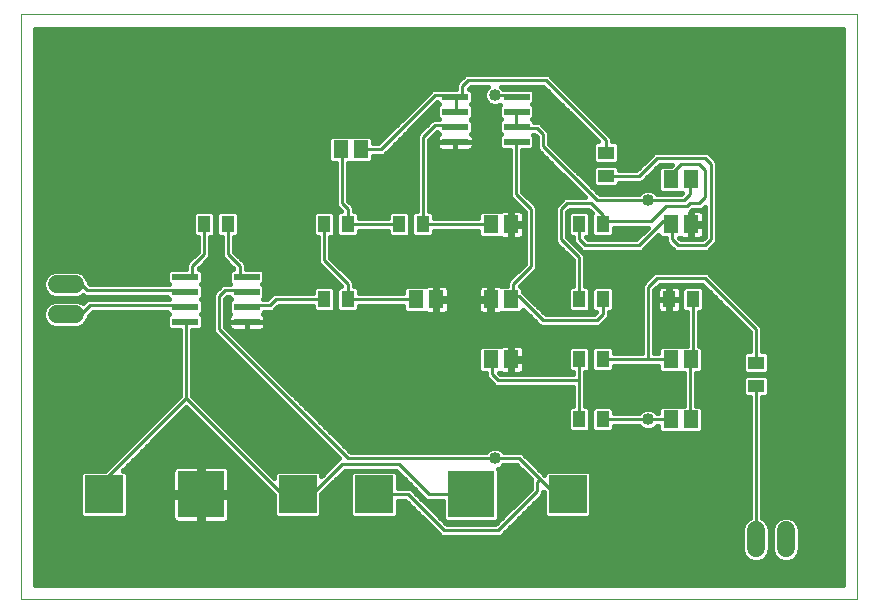
<source format=gtl>
G75*
%MOIN*%
%OFA0B0*%
%FSLAX25Y25*%
%IPPOS*%
%LPD*%
%AMOC8*
5,1,8,0,0,1.08239X$1,22.5*
%
%ADD10C,0.00000*%
%ADD11R,0.15354X0.15354*%
%ADD12R,0.12598X0.12598*%
%ADD13R,0.05118X0.05906*%
%ADD14C,0.05937*%
%ADD15R,0.08661X0.02362*%
%ADD16R,0.04331X0.05512*%
%ADD17R,0.05512X0.04331*%
%ADD18C,0.01000*%
%ADD19C,0.04000*%
%ADD20C,0.01600*%
D10*
X0008000Y0006800D02*
X0008000Y0201761D01*
X0286701Y0201761D01*
X0286701Y0006800D01*
X0008000Y0006800D01*
D11*
X0068000Y0041800D03*
X0158000Y0041800D03*
D12*
X0125717Y0041800D03*
X0100283Y0041800D03*
X0035717Y0041800D03*
X0190283Y0041800D03*
D13*
X0224654Y0066800D03*
X0231346Y0066800D03*
X0231346Y0086800D03*
X0224654Y0086800D03*
X0171346Y0086800D03*
X0164654Y0086800D03*
X0164654Y0106800D03*
X0171346Y0106800D03*
X0146346Y0106800D03*
X0139654Y0106800D03*
X0164654Y0131800D03*
X0171346Y0131800D03*
X0224654Y0131800D03*
X0231346Y0131800D03*
X0231346Y0146800D03*
X0224654Y0146800D03*
X0121346Y0156800D03*
X0114654Y0156800D03*
D14*
X0025969Y0111800D02*
X0020031Y0111800D01*
X0020031Y0101800D02*
X0025969Y0101800D01*
X0253000Y0029769D02*
X0253000Y0023831D01*
X0263000Y0023831D02*
X0263000Y0029769D01*
D15*
X0083236Y0099300D03*
X0083236Y0104300D03*
X0083236Y0109300D03*
X0083236Y0114300D03*
X0062764Y0114300D03*
X0062764Y0109300D03*
X0062764Y0104300D03*
X0062764Y0099300D03*
X0152764Y0159300D03*
X0152764Y0164300D03*
X0152764Y0169300D03*
X0152764Y0174300D03*
X0173236Y0174300D03*
X0173236Y0169300D03*
X0173236Y0164300D03*
X0173236Y0159300D03*
D16*
X0194063Y0131800D03*
X0201937Y0131800D03*
X0201937Y0106800D03*
X0194063Y0106800D03*
X0194063Y0086800D03*
X0201937Y0086800D03*
X0201937Y0066800D03*
X0194063Y0066800D03*
X0224063Y0106800D03*
X0231937Y0106800D03*
X0141937Y0131800D03*
X0134063Y0131800D03*
X0116937Y0131800D03*
X0109063Y0131800D03*
X0076937Y0131800D03*
X0069063Y0131800D03*
X0109063Y0106800D03*
X0116937Y0106800D03*
D17*
X0203000Y0147863D03*
X0203000Y0155737D03*
X0253000Y0085737D03*
X0253000Y0077863D03*
D18*
X0253000Y0026800D01*
X0231346Y0066800D02*
X0231000Y0066800D01*
X0231000Y0086800D01*
X0231346Y0086800D01*
X0232000Y0086800D01*
X0232000Y0106800D01*
X0231937Y0106800D01*
X0236000Y0113800D02*
X0220000Y0113800D01*
X0217000Y0110800D01*
X0217000Y0086800D01*
X0201937Y0086800D01*
X0194063Y0086800D02*
X0194000Y0086800D01*
X0194000Y0079800D01*
X0167000Y0079800D01*
X0165000Y0081800D01*
X0165000Y0086800D01*
X0164654Y0086800D01*
X0182000Y0099800D02*
X0174000Y0107800D01*
X0173000Y0107800D01*
X0172000Y0106800D01*
X0171346Y0106800D01*
X0172000Y0106800D02*
X0172000Y0111800D01*
X0178000Y0117800D01*
X0178000Y0136800D01*
X0173000Y0141800D01*
X0173000Y0158800D01*
X0173236Y0159300D01*
X0174000Y0163800D02*
X0173236Y0164300D01*
X0173000Y0164800D01*
X0173000Y0168800D01*
X0173236Y0169300D01*
X0173236Y0174300D02*
X0173000Y0174800D01*
X0166000Y0174800D01*
X0157000Y0179800D02*
X0155000Y0177800D01*
X0155000Y0174800D01*
X0154000Y0173800D01*
X0153000Y0173800D01*
X0152764Y0174300D01*
X0152000Y0174800D01*
X0146000Y0174800D01*
X0128000Y0156800D01*
X0121346Y0156800D01*
X0115000Y0156800D02*
X0114654Y0156800D01*
X0115000Y0156800D02*
X0115000Y0138800D01*
X0117000Y0136800D01*
X0117000Y0131800D01*
X0116937Y0131800D01*
X0117000Y0131800D02*
X0134063Y0131800D01*
X0141937Y0131800D02*
X0142000Y0131800D01*
X0142000Y0160800D01*
X0146000Y0164800D01*
X0152000Y0164800D01*
X0152764Y0164300D01*
X0152764Y0169300D02*
X0153000Y0169800D01*
X0153000Y0173800D01*
X0157000Y0179800D02*
X0183000Y0179800D01*
X0203000Y0159800D01*
X0203000Y0155737D01*
X0203000Y0147863D02*
X0203000Y0147800D01*
X0214000Y0147800D01*
X0220000Y0153800D01*
X0236000Y0153800D01*
X0238000Y0151800D01*
X0238000Y0126800D01*
X0236000Y0124800D01*
X0227000Y0124800D01*
X0225000Y0126800D01*
X0225000Y0131800D01*
X0224654Y0131800D01*
X0224000Y0131800D01*
X0223000Y0132800D01*
X0222000Y0132800D01*
X0214000Y0124800D01*
X0196000Y0124800D01*
X0194000Y0126800D01*
X0194000Y0131800D01*
X0194063Y0131800D01*
X0188000Y0136800D02*
X0190000Y0138800D01*
X0198000Y0138800D01*
X0202000Y0134800D01*
X0202000Y0132800D01*
X0201937Y0131800D01*
X0202000Y0131800D01*
X0202000Y0132800D01*
X0218000Y0132800D01*
X0223000Y0137800D01*
X0230000Y0137800D01*
X0231000Y0138800D01*
X0234000Y0138800D01*
X0236000Y0140800D01*
X0236000Y0149800D01*
X0234000Y0151800D01*
X0228000Y0151800D01*
X0225000Y0148800D01*
X0225000Y0146800D01*
X0224654Y0146800D01*
X0231000Y0146800D02*
X0231346Y0146800D01*
X0231000Y0146800D02*
X0231000Y0141800D01*
X0229000Y0139800D01*
X0217000Y0139800D01*
X0200000Y0139800D01*
X0182000Y0157800D01*
X0182000Y0161800D01*
X0180000Y0163800D01*
X0174000Y0163800D01*
X0188000Y0136800D02*
X0188000Y0126800D01*
X0194000Y0120800D01*
X0194000Y0106800D01*
X0194063Y0106800D01*
X0201937Y0106800D02*
X0202000Y0106800D01*
X0202000Y0101800D01*
X0200000Y0099800D01*
X0182000Y0099800D01*
X0194000Y0079800D02*
X0194000Y0066800D01*
X0194063Y0066800D01*
X0201937Y0066800D02*
X0217000Y0066800D01*
X0224654Y0066800D01*
X0224654Y0086800D02*
X0217000Y0086800D01*
X0236000Y0113800D02*
X0253000Y0096800D01*
X0253000Y0085737D01*
X0190283Y0041800D02*
X0186000Y0041800D01*
X0181000Y0046800D01*
X0180000Y0045800D01*
X0180000Y0042800D01*
X0167000Y0029800D01*
X0149000Y0029800D01*
X0137000Y0041800D01*
X0125717Y0041800D01*
X0134000Y0051800D02*
X0115000Y0051800D01*
X0105000Y0041800D01*
X0100283Y0041800D01*
X0095000Y0041800D01*
X0063000Y0073800D01*
X0036000Y0046800D01*
X0036000Y0041800D01*
X0035717Y0041800D01*
X0063000Y0073800D02*
X0063000Y0098800D01*
X0062764Y0099300D01*
X0062764Y0104300D02*
X0062000Y0104800D01*
X0031000Y0104800D01*
X0028000Y0101800D01*
X0023000Y0101800D01*
X0030000Y0109800D02*
X0028000Y0111800D01*
X0023000Y0111800D01*
X0030000Y0109800D02*
X0062000Y0109800D01*
X0062764Y0109300D01*
X0063000Y0113800D02*
X0062764Y0114300D01*
X0063000Y0113800D02*
X0064000Y0113800D01*
X0065000Y0114800D01*
X0065000Y0117800D01*
X0069000Y0121800D01*
X0069000Y0131800D01*
X0069063Y0131800D01*
X0076937Y0131800D02*
X0077000Y0131800D01*
X0077000Y0121800D01*
X0081000Y0117800D01*
X0081000Y0114800D01*
X0082000Y0113800D01*
X0083000Y0113800D01*
X0083236Y0114300D01*
X0083000Y0109800D02*
X0083236Y0109300D01*
X0083000Y0109800D02*
X0076000Y0109800D01*
X0074000Y0107800D01*
X0074000Y0096800D01*
X0117000Y0053800D01*
X0166000Y0053800D01*
X0174000Y0053800D01*
X0181000Y0046800D01*
X0158000Y0041800D02*
X0144000Y0041800D01*
X0134000Y0051800D01*
X0091000Y0104800D02*
X0084000Y0104800D01*
X0083236Y0104300D01*
X0091000Y0104800D02*
X0093000Y0106800D01*
X0109063Y0106800D01*
X0116937Y0106800D02*
X0117000Y0106800D01*
X0117000Y0111800D01*
X0109000Y0119800D01*
X0109000Y0131800D01*
X0109063Y0131800D01*
X0142000Y0131800D02*
X0164654Y0131800D01*
X0139654Y0106800D02*
X0117000Y0106800D01*
D19*
X0166000Y0053800D03*
X0217000Y0066800D03*
X0217000Y0139800D03*
X0166000Y0174800D03*
D20*
X0162701Y0176242D02*
X0158596Y0176242D01*
X0158694Y0176144D02*
X0157757Y0177081D01*
X0157251Y0177081D01*
X0157870Y0177700D01*
X0163809Y0177700D01*
X0162948Y0176839D01*
X0162400Y0175516D01*
X0162400Y0174084D01*
X0162948Y0172761D01*
X0163961Y0171748D01*
X0165284Y0171200D01*
X0166716Y0171200D01*
X0167818Y0171657D01*
X0167306Y0171144D01*
X0167306Y0167456D01*
X0167962Y0166800D01*
X0167306Y0166144D01*
X0167306Y0162456D01*
X0167962Y0161800D01*
X0167306Y0161144D01*
X0167306Y0157456D01*
X0168243Y0156519D01*
X0170900Y0156519D01*
X0170900Y0140930D01*
X0175900Y0135930D01*
X0175900Y0118670D01*
X0171130Y0113900D01*
X0169900Y0112670D01*
X0169900Y0111353D01*
X0168125Y0111353D01*
X0168094Y0111322D01*
X0167907Y0111430D01*
X0167450Y0111553D01*
X0165133Y0111553D01*
X0165133Y0107280D01*
X0164174Y0107280D01*
X0164174Y0111553D01*
X0161858Y0111553D01*
X0161400Y0111430D01*
X0160989Y0111193D01*
X0160654Y0110858D01*
X0160417Y0110448D01*
X0160294Y0109990D01*
X0160294Y0107280D01*
X0164174Y0107280D01*
X0164174Y0106320D01*
X0165133Y0106320D01*
X0165133Y0102047D01*
X0167450Y0102047D01*
X0167907Y0102170D01*
X0168094Y0102278D01*
X0168125Y0102247D01*
X0174568Y0102247D01*
X0175505Y0103184D01*
X0175505Y0103325D01*
X0181130Y0097700D01*
X0200870Y0097700D01*
X0202100Y0098930D01*
X0204100Y0100930D01*
X0204100Y0102444D01*
X0204765Y0102444D01*
X0205702Y0103381D01*
X0205702Y0110219D01*
X0204765Y0111156D01*
X0199109Y0111156D01*
X0198172Y0110219D01*
X0198172Y0103381D01*
X0199109Y0102444D01*
X0199674Y0102444D01*
X0199130Y0101900D01*
X0182870Y0101900D01*
X0176100Y0108670D01*
X0175505Y0109264D01*
X0175505Y0110415D01*
X0174568Y0111353D01*
X0174523Y0111353D01*
X0180100Y0116930D01*
X0180100Y0137670D01*
X0178870Y0138900D01*
X0175100Y0142670D01*
X0175100Y0156519D01*
X0178230Y0156519D01*
X0179167Y0157456D01*
X0179167Y0161144D01*
X0178611Y0161700D01*
X0179130Y0161700D01*
X0179900Y0160930D01*
X0179900Y0156930D01*
X0181130Y0155700D01*
X0195930Y0140900D01*
X0189130Y0140900D01*
X0187900Y0139670D01*
X0185900Y0137670D01*
X0185900Y0125930D01*
X0187130Y0124700D01*
X0191900Y0119930D01*
X0191900Y0111156D01*
X0191235Y0111156D01*
X0190298Y0110219D01*
X0190298Y0103381D01*
X0191235Y0102444D01*
X0196891Y0102444D01*
X0197828Y0103381D01*
X0197828Y0110219D01*
X0196891Y0111156D01*
X0196100Y0111156D01*
X0196100Y0121670D01*
X0190100Y0127670D01*
X0190100Y0135930D01*
X0190870Y0136700D01*
X0197130Y0136700D01*
X0198392Y0135439D01*
X0198172Y0135219D01*
X0198172Y0128381D01*
X0199109Y0127444D01*
X0204765Y0127444D01*
X0205702Y0128381D01*
X0205702Y0130700D01*
X0216930Y0130700D01*
X0213130Y0126900D01*
X0196870Y0126900D01*
X0196326Y0127444D01*
X0196891Y0127444D01*
X0197828Y0128381D01*
X0197828Y0135219D01*
X0196891Y0136156D01*
X0191235Y0136156D01*
X0190298Y0135219D01*
X0190298Y0128381D01*
X0191235Y0127444D01*
X0191900Y0127444D01*
X0191900Y0125930D01*
X0193900Y0123930D01*
X0195130Y0122700D01*
X0214870Y0122700D01*
X0216100Y0123930D01*
X0216100Y0123930D01*
X0220494Y0128325D01*
X0220494Y0128184D01*
X0221432Y0127247D01*
X0222900Y0127247D01*
X0222900Y0125930D01*
X0224130Y0124700D01*
X0226130Y0122700D01*
X0236870Y0122700D01*
X0238100Y0123930D01*
X0240100Y0125930D01*
X0240100Y0152670D01*
X0238870Y0153900D01*
X0236870Y0155900D01*
X0219130Y0155900D01*
X0217900Y0154670D01*
X0213130Y0149900D01*
X0207356Y0149900D01*
X0207356Y0150691D01*
X0206419Y0151628D01*
X0199581Y0151628D01*
X0198644Y0150691D01*
X0198644Y0145035D01*
X0199581Y0144098D01*
X0206419Y0144098D01*
X0207356Y0145035D01*
X0207356Y0145700D01*
X0214870Y0145700D01*
X0220870Y0151700D01*
X0224930Y0151700D01*
X0224583Y0151353D01*
X0221432Y0151353D01*
X0220494Y0150415D01*
X0220494Y0143184D01*
X0221432Y0142247D01*
X0227875Y0142247D01*
X0228000Y0142372D01*
X0228125Y0142247D01*
X0228477Y0142247D01*
X0228130Y0141900D01*
X0219991Y0141900D01*
X0219039Y0142852D01*
X0217716Y0143400D01*
X0216284Y0143400D01*
X0214961Y0142852D01*
X0214009Y0141900D01*
X0200870Y0141900D01*
X0184100Y0158670D01*
X0184100Y0162670D01*
X0182100Y0164670D01*
X0180870Y0165900D01*
X0179167Y0165900D01*
X0179167Y0166144D01*
X0178511Y0166800D01*
X0179167Y0167456D01*
X0179167Y0171144D01*
X0178511Y0171800D01*
X0179167Y0172456D01*
X0179167Y0176144D01*
X0178230Y0177081D01*
X0168810Y0177081D01*
X0168191Y0177700D01*
X0182130Y0177700D01*
X0200328Y0159502D01*
X0199581Y0159502D01*
X0198644Y0158565D01*
X0198644Y0152909D01*
X0199581Y0151972D01*
X0206419Y0151972D01*
X0207356Y0152909D01*
X0207356Y0158565D01*
X0206419Y0159502D01*
X0205100Y0159502D01*
X0205100Y0160670D01*
X0185100Y0180670D01*
X0183870Y0181900D01*
X0156130Y0181900D01*
X0154130Y0179900D01*
X0152900Y0178670D01*
X0152900Y0177081D01*
X0147770Y0177081D01*
X0147589Y0176900D01*
X0145130Y0176900D01*
X0143900Y0175670D01*
X0127130Y0158900D01*
X0125505Y0158900D01*
X0125505Y0160415D01*
X0124568Y0161353D01*
X0118125Y0161353D01*
X0118000Y0161228D01*
X0117875Y0161353D01*
X0111432Y0161353D01*
X0110494Y0160415D01*
X0110494Y0153184D01*
X0111432Y0152247D01*
X0112900Y0152247D01*
X0112900Y0137930D01*
X0114674Y0136156D01*
X0114109Y0136156D01*
X0113172Y0135219D01*
X0113172Y0128381D01*
X0114109Y0127444D01*
X0119765Y0127444D01*
X0120702Y0128381D01*
X0120702Y0129700D01*
X0130298Y0129700D01*
X0130298Y0128381D01*
X0131235Y0127444D01*
X0136891Y0127444D01*
X0137828Y0128381D01*
X0137828Y0135219D01*
X0136891Y0136156D01*
X0131235Y0136156D01*
X0130298Y0135219D01*
X0130298Y0133900D01*
X0120702Y0133900D01*
X0120702Y0135219D01*
X0119765Y0136156D01*
X0119100Y0136156D01*
X0119100Y0137670D01*
X0117870Y0138900D01*
X0117100Y0139670D01*
X0117100Y0152247D01*
X0117875Y0152247D01*
X0118000Y0152372D01*
X0118125Y0152247D01*
X0124568Y0152247D01*
X0125505Y0153184D01*
X0125505Y0154700D01*
X0128870Y0154700D01*
X0146833Y0172663D01*
X0146833Y0172456D01*
X0147489Y0171800D01*
X0146833Y0171144D01*
X0146833Y0167456D01*
X0147389Y0166900D01*
X0145130Y0166900D01*
X0141130Y0162900D01*
X0139900Y0161670D01*
X0139900Y0136156D01*
X0139109Y0136156D01*
X0138172Y0135219D01*
X0138172Y0128381D01*
X0139109Y0127444D01*
X0144765Y0127444D01*
X0145702Y0128381D01*
X0145702Y0129700D01*
X0160494Y0129700D01*
X0160494Y0128184D01*
X0161432Y0127247D01*
X0167875Y0127247D01*
X0167906Y0127278D01*
X0168093Y0127170D01*
X0168550Y0127047D01*
X0170867Y0127047D01*
X0170867Y0131320D01*
X0171826Y0131320D01*
X0171826Y0127047D01*
X0174142Y0127047D01*
X0174600Y0127170D01*
X0175011Y0127407D01*
X0175346Y0127742D01*
X0175583Y0128152D01*
X0175705Y0128610D01*
X0175705Y0131320D01*
X0171826Y0131320D01*
X0171826Y0132280D01*
X0170867Y0132280D01*
X0170867Y0136553D01*
X0168550Y0136553D01*
X0168093Y0136430D01*
X0167906Y0136322D01*
X0167875Y0136353D01*
X0161432Y0136353D01*
X0160494Y0135415D01*
X0160494Y0133900D01*
X0145702Y0133900D01*
X0145702Y0135219D01*
X0144765Y0136156D01*
X0144100Y0136156D01*
X0144100Y0159930D01*
X0146833Y0162663D01*
X0146833Y0162456D01*
X0147353Y0161936D01*
X0147328Y0161921D01*
X0146993Y0161586D01*
X0146756Y0161176D01*
X0146633Y0160718D01*
X0146633Y0159300D01*
X0152764Y0159300D01*
X0158894Y0159300D01*
X0158894Y0160718D01*
X0158772Y0161176D01*
X0158535Y0161586D01*
X0158200Y0161921D01*
X0158174Y0161936D01*
X0158694Y0162456D01*
X0158694Y0166144D01*
X0158038Y0166800D01*
X0158694Y0167456D01*
X0158694Y0171144D01*
X0158038Y0171800D01*
X0158694Y0172456D01*
X0158694Y0176144D01*
X0158694Y0174644D02*
X0162400Y0174644D01*
X0162830Y0173045D02*
X0158694Y0173045D01*
X0158392Y0171447D02*
X0164688Y0171447D01*
X0167312Y0171447D02*
X0167608Y0171447D01*
X0167306Y0169848D02*
X0158694Y0169848D01*
X0158694Y0168250D02*
X0167306Y0168250D01*
X0167813Y0166651D02*
X0158187Y0166651D01*
X0158694Y0165053D02*
X0167306Y0165053D01*
X0167306Y0163454D02*
X0158694Y0163454D01*
X0158266Y0161856D02*
X0167906Y0161856D01*
X0167306Y0160257D02*
X0158894Y0160257D01*
X0158894Y0159300D02*
X0152764Y0159300D01*
X0152764Y0159300D01*
X0152764Y0156319D01*
X0157331Y0156319D01*
X0157789Y0156442D01*
X0158200Y0156679D01*
X0158535Y0157014D01*
X0158772Y0157424D01*
X0158894Y0157882D01*
X0158894Y0159300D01*
X0158894Y0158659D02*
X0167306Y0158659D01*
X0167702Y0157060D02*
X0158562Y0157060D01*
X0152764Y0157060D02*
X0152764Y0157060D01*
X0152764Y0156319D02*
X0152764Y0159300D01*
X0152764Y0159300D01*
X0146633Y0159300D01*
X0146633Y0157882D01*
X0146756Y0157424D01*
X0146993Y0157014D01*
X0147328Y0156679D01*
X0147738Y0156442D01*
X0148196Y0156319D01*
X0152764Y0156319D01*
X0152764Y0158659D02*
X0152764Y0158659D01*
X0152764Y0159300D02*
X0152764Y0159300D01*
X0147262Y0161856D02*
X0146025Y0161856D01*
X0146633Y0160257D02*
X0144427Y0160257D01*
X0144100Y0158659D02*
X0146633Y0158659D01*
X0146966Y0157060D02*
X0144100Y0157060D01*
X0144100Y0155462D02*
X0170900Y0155462D01*
X0170900Y0153863D02*
X0144100Y0153863D01*
X0144100Y0152265D02*
X0170900Y0152265D01*
X0170900Y0150666D02*
X0144100Y0150666D01*
X0144100Y0149068D02*
X0170900Y0149068D01*
X0170900Y0147469D02*
X0144100Y0147469D01*
X0144100Y0145870D02*
X0170900Y0145870D01*
X0170900Y0144272D02*
X0144100Y0144272D01*
X0144100Y0142673D02*
X0170900Y0142673D01*
X0170900Y0141075D02*
X0144100Y0141075D01*
X0144100Y0139476D02*
X0172354Y0139476D01*
X0173952Y0137878D02*
X0144100Y0137878D01*
X0144100Y0136279D02*
X0161358Y0136279D01*
X0160494Y0134681D02*
X0145702Y0134681D01*
X0139900Y0136279D02*
X0119100Y0136279D01*
X0118892Y0137878D02*
X0139900Y0137878D01*
X0139900Y0139476D02*
X0117293Y0139476D01*
X0117100Y0141075D02*
X0139900Y0141075D01*
X0139900Y0142673D02*
X0117100Y0142673D01*
X0117100Y0144272D02*
X0139900Y0144272D01*
X0139900Y0145870D02*
X0117100Y0145870D01*
X0117100Y0147469D02*
X0139900Y0147469D01*
X0139900Y0149068D02*
X0117100Y0149068D01*
X0117100Y0150666D02*
X0139900Y0150666D01*
X0139900Y0152265D02*
X0124586Y0152265D01*
X0125505Y0153863D02*
X0139900Y0153863D01*
X0139900Y0155462D02*
X0129631Y0155462D01*
X0131230Y0157060D02*
X0139900Y0157060D01*
X0139900Y0158659D02*
X0132828Y0158659D01*
X0134427Y0160257D02*
X0139900Y0160257D01*
X0140086Y0161856D02*
X0136025Y0161856D01*
X0137624Y0163454D02*
X0141684Y0163454D01*
X0143283Y0165053D02*
X0139222Y0165053D01*
X0140821Y0166651D02*
X0144881Y0166651D01*
X0146833Y0168250D02*
X0142419Y0168250D01*
X0144018Y0169848D02*
X0146833Y0169848D01*
X0147136Y0171447D02*
X0145616Y0171447D01*
X0142874Y0174644D02*
X0012800Y0174644D01*
X0012800Y0176242D02*
X0144472Y0176242D01*
X0141275Y0173045D02*
X0012800Y0173045D01*
X0012800Y0171447D02*
X0139677Y0171447D01*
X0138078Y0169848D02*
X0012800Y0169848D01*
X0012800Y0168250D02*
X0136480Y0168250D01*
X0134881Y0166651D02*
X0012800Y0166651D01*
X0012800Y0165053D02*
X0133283Y0165053D01*
X0131684Y0163454D02*
X0012800Y0163454D01*
X0012800Y0161856D02*
X0130086Y0161856D01*
X0128487Y0160257D02*
X0125505Y0160257D01*
X0118107Y0152265D02*
X0117893Y0152265D01*
X0112900Y0150666D02*
X0012800Y0150666D01*
X0012800Y0149068D02*
X0112900Y0149068D01*
X0112900Y0147469D02*
X0012800Y0147469D01*
X0012800Y0145870D02*
X0112900Y0145870D01*
X0112900Y0144272D02*
X0012800Y0144272D01*
X0012800Y0142673D02*
X0112900Y0142673D01*
X0112900Y0141075D02*
X0012800Y0141075D01*
X0012800Y0139476D02*
X0112900Y0139476D01*
X0112952Y0137878D02*
X0012800Y0137878D01*
X0012800Y0136279D02*
X0114551Y0136279D01*
X0112828Y0135219D02*
X0111891Y0136156D01*
X0106235Y0136156D01*
X0105298Y0135219D01*
X0105298Y0128381D01*
X0106235Y0127444D01*
X0106900Y0127444D01*
X0106900Y0118930D01*
X0114674Y0111156D01*
X0114109Y0111156D01*
X0113172Y0110219D01*
X0113172Y0103381D01*
X0114109Y0102444D01*
X0119765Y0102444D01*
X0120702Y0103381D01*
X0120702Y0104700D01*
X0135494Y0104700D01*
X0135494Y0103184D01*
X0136432Y0102247D01*
X0142875Y0102247D01*
X0142906Y0102278D01*
X0143093Y0102170D01*
X0143550Y0102047D01*
X0145867Y0102047D01*
X0145867Y0106320D01*
X0146826Y0106320D01*
X0146826Y0102047D01*
X0149142Y0102047D01*
X0149600Y0102170D01*
X0150011Y0102407D01*
X0150346Y0102742D01*
X0150583Y0103152D01*
X0150705Y0103610D01*
X0150705Y0106320D01*
X0146826Y0106320D01*
X0146826Y0107280D01*
X0145867Y0107280D01*
X0145867Y0111553D01*
X0143550Y0111553D01*
X0143093Y0111430D01*
X0142906Y0111322D01*
X0142875Y0111353D01*
X0136432Y0111353D01*
X0135494Y0110415D01*
X0135494Y0108900D01*
X0120702Y0108900D01*
X0120702Y0110219D01*
X0119765Y0111156D01*
X0119100Y0111156D01*
X0119100Y0112670D01*
X0117870Y0113900D01*
X0111100Y0120670D01*
X0111100Y0127444D01*
X0111891Y0127444D01*
X0112828Y0128381D01*
X0112828Y0135219D01*
X0112828Y0134681D02*
X0113172Y0134681D01*
X0113172Y0133082D02*
X0112828Y0133082D01*
X0112828Y0131484D02*
X0113172Y0131484D01*
X0113172Y0129885D02*
X0112828Y0129885D01*
X0112734Y0128287D02*
X0113266Y0128287D01*
X0111100Y0126688D02*
X0175900Y0126688D01*
X0175900Y0125090D02*
X0111100Y0125090D01*
X0111100Y0123491D02*
X0175900Y0123491D01*
X0175900Y0121893D02*
X0111100Y0121893D01*
X0111476Y0120294D02*
X0175900Y0120294D01*
X0175900Y0118696D02*
X0113074Y0118696D01*
X0114673Y0117097D02*
X0174327Y0117097D01*
X0172729Y0115499D02*
X0116271Y0115499D01*
X0117870Y0113900D02*
X0171130Y0113900D01*
X0169900Y0112302D02*
X0119100Y0112302D01*
X0120218Y0110703D02*
X0135782Y0110703D01*
X0135494Y0109105D02*
X0120702Y0109105D01*
X0120702Y0104309D02*
X0135494Y0104309D01*
X0135968Y0102711D02*
X0120032Y0102711D01*
X0113842Y0102711D02*
X0112158Y0102711D01*
X0111891Y0102444D02*
X0112828Y0103381D01*
X0112828Y0110219D01*
X0111891Y0111156D01*
X0106235Y0111156D01*
X0105298Y0110219D01*
X0105298Y0108900D01*
X0092130Y0108900D01*
X0090130Y0106900D01*
X0088611Y0106900D01*
X0089167Y0107456D01*
X0089167Y0111144D01*
X0088511Y0111800D01*
X0089167Y0112456D01*
X0089167Y0116144D01*
X0088230Y0117081D01*
X0083100Y0117081D01*
X0083100Y0118670D01*
X0081870Y0119900D01*
X0079100Y0122670D01*
X0079100Y0127444D01*
X0079765Y0127444D01*
X0080702Y0128381D01*
X0080702Y0135219D01*
X0079765Y0136156D01*
X0074109Y0136156D01*
X0073172Y0135219D01*
X0073172Y0128381D01*
X0074109Y0127444D01*
X0074900Y0127444D01*
X0074900Y0120930D01*
X0078749Y0117081D01*
X0078243Y0117081D01*
X0077306Y0116144D01*
X0077306Y0112456D01*
X0077862Y0111900D01*
X0075130Y0111900D01*
X0073130Y0109900D01*
X0071900Y0108670D01*
X0071900Y0095930D01*
X0114030Y0053800D01*
X0108183Y0047952D01*
X0108183Y0048762D01*
X0107245Y0049699D01*
X0093322Y0049699D01*
X0092384Y0048762D01*
X0092384Y0047386D01*
X0065100Y0074670D01*
X0065100Y0096519D01*
X0067757Y0096519D01*
X0068694Y0097456D01*
X0068694Y0101144D01*
X0068038Y0101800D01*
X0068694Y0102456D01*
X0068694Y0106144D01*
X0068038Y0106800D01*
X0068694Y0107456D01*
X0068694Y0111144D01*
X0068038Y0111800D01*
X0068694Y0112456D01*
X0068694Y0116144D01*
X0067757Y0117081D01*
X0067251Y0117081D01*
X0071100Y0120930D01*
X0071100Y0127444D01*
X0071891Y0127444D01*
X0072828Y0128381D01*
X0072828Y0135219D01*
X0071891Y0136156D01*
X0066235Y0136156D01*
X0065298Y0135219D01*
X0065298Y0128381D01*
X0066235Y0127444D01*
X0066900Y0127444D01*
X0066900Y0122670D01*
X0064130Y0119900D01*
X0062900Y0118670D01*
X0062900Y0117081D01*
X0057770Y0117081D01*
X0056833Y0116144D01*
X0056833Y0112456D01*
X0057389Y0111900D01*
X0030870Y0111900D01*
X0030537Y0112233D01*
X0030537Y0112709D01*
X0029841Y0114388D01*
X0028556Y0115673D01*
X0026877Y0116368D01*
X0019123Y0116368D01*
X0017444Y0115673D01*
X0016159Y0114388D01*
X0015463Y0112709D01*
X0015463Y0110891D01*
X0016159Y0109212D01*
X0017444Y0107927D01*
X0019123Y0107231D01*
X0026877Y0107231D01*
X0028556Y0107927D01*
X0028730Y0108100D01*
X0029130Y0107700D01*
X0056833Y0107700D01*
X0056833Y0107456D01*
X0057389Y0106900D01*
X0030130Y0106900D01*
X0028730Y0105500D01*
X0028556Y0105673D01*
X0026877Y0106368D01*
X0019123Y0106368D01*
X0017444Y0105673D01*
X0016159Y0104388D01*
X0015463Y0102709D01*
X0015463Y0100891D01*
X0016159Y0099212D01*
X0017444Y0097927D01*
X0019123Y0097231D01*
X0026877Y0097231D01*
X0028556Y0097927D01*
X0029841Y0099212D01*
X0030537Y0100891D01*
X0030537Y0101367D01*
X0031870Y0102700D01*
X0056833Y0102700D01*
X0056833Y0102456D01*
X0057489Y0101800D01*
X0056833Y0101144D01*
X0056833Y0097456D01*
X0057770Y0096519D01*
X0060900Y0096519D01*
X0060900Y0074670D01*
X0035929Y0049699D01*
X0028755Y0049699D01*
X0027817Y0048762D01*
X0027817Y0034838D01*
X0028755Y0033901D01*
X0042678Y0033901D01*
X0043616Y0034838D01*
X0043616Y0048762D01*
X0042678Y0049699D01*
X0041869Y0049699D01*
X0063000Y0070830D01*
X0092384Y0041446D01*
X0092384Y0034838D01*
X0093322Y0033901D01*
X0107245Y0033901D01*
X0108183Y0034838D01*
X0108183Y0042013D01*
X0115870Y0049700D01*
X0133130Y0049700D01*
X0143130Y0039700D01*
X0148723Y0039700D01*
X0148723Y0033460D01*
X0149660Y0032523D01*
X0166340Y0032523D01*
X0167277Y0033460D01*
X0167277Y0050140D01*
X0167070Y0050347D01*
X0168039Y0050748D01*
X0168991Y0051700D01*
X0173130Y0051700D01*
X0178030Y0046800D01*
X0177900Y0046670D01*
X0177900Y0043670D01*
X0166130Y0031900D01*
X0149870Y0031900D01*
X0137870Y0043900D01*
X0133616Y0043900D01*
X0133616Y0048762D01*
X0132678Y0049699D01*
X0118755Y0049699D01*
X0117817Y0048762D01*
X0117817Y0034838D01*
X0118755Y0033901D01*
X0132678Y0033901D01*
X0133616Y0034838D01*
X0133616Y0039700D01*
X0136130Y0039700D01*
X0146900Y0028930D01*
X0148130Y0027700D01*
X0167870Y0027700D01*
X0180870Y0040700D01*
X0182100Y0041930D01*
X0182100Y0042730D01*
X0182384Y0042446D01*
X0182384Y0034838D01*
X0183322Y0033901D01*
X0197245Y0033901D01*
X0198183Y0034838D01*
X0198183Y0048762D01*
X0197245Y0049699D01*
X0183322Y0049699D01*
X0182384Y0048762D01*
X0182384Y0048386D01*
X0181870Y0048900D01*
X0181870Y0048900D01*
X0174870Y0055900D01*
X0168991Y0055900D01*
X0168039Y0056852D01*
X0166716Y0057400D01*
X0165284Y0057400D01*
X0163961Y0056852D01*
X0163009Y0055900D01*
X0117870Y0055900D01*
X0076100Y0097670D01*
X0076100Y0106930D01*
X0076870Y0107700D01*
X0077306Y0107700D01*
X0077306Y0107456D01*
X0077962Y0106800D01*
X0077306Y0106144D01*
X0077306Y0102456D01*
X0077826Y0101936D01*
X0077800Y0101921D01*
X0077465Y0101586D01*
X0077228Y0101176D01*
X0077106Y0100718D01*
X0077105Y0099300D01*
X0083236Y0099300D01*
X0083236Y0099300D01*
X0077106Y0099300D01*
X0077106Y0097882D01*
X0077228Y0097424D01*
X0077465Y0097014D01*
X0077800Y0096679D01*
X0078211Y0096442D01*
X0078669Y0096319D01*
X0083236Y0096319D01*
X0083236Y0099300D01*
X0083236Y0099300D01*
X0083236Y0096319D01*
X0087804Y0096319D01*
X0088262Y0096442D01*
X0088672Y0096679D01*
X0089007Y0097014D01*
X0089244Y0097424D01*
X0089367Y0097882D01*
X0089367Y0099300D01*
X0089367Y0100718D01*
X0089244Y0101176D01*
X0089007Y0101586D01*
X0088672Y0101921D01*
X0088647Y0101936D01*
X0089167Y0102456D01*
X0089167Y0102700D01*
X0091870Y0102700D01*
X0093100Y0103930D01*
X0093870Y0104700D01*
X0105298Y0104700D01*
X0105298Y0103381D01*
X0106235Y0102444D01*
X0111891Y0102444D01*
X0112828Y0104309D02*
X0113172Y0104309D01*
X0113172Y0105908D02*
X0112828Y0105908D01*
X0112828Y0107506D02*
X0113172Y0107506D01*
X0113172Y0109105D02*
X0112828Y0109105D01*
X0112344Y0110703D02*
X0113656Y0110703D01*
X0113528Y0112302D02*
X0089013Y0112302D01*
X0089167Y0113900D02*
X0111930Y0113900D01*
X0110331Y0115499D02*
X0089167Y0115499D01*
X0089167Y0110703D02*
X0105782Y0110703D01*
X0105298Y0109105D02*
X0089167Y0109105D01*
X0089167Y0107506D02*
X0090736Y0107506D01*
X0093479Y0104309D02*
X0105298Y0104309D01*
X0105968Y0102711D02*
X0091881Y0102711D01*
X0089261Y0101112D02*
X0177718Y0101112D01*
X0179316Y0099514D02*
X0089367Y0099514D01*
X0089367Y0099300D02*
X0083236Y0099300D01*
X0083236Y0099300D01*
X0089367Y0099300D01*
X0089367Y0097915D02*
X0180915Y0097915D01*
X0182059Y0102711D02*
X0190968Y0102711D01*
X0190298Y0104309D02*
X0180461Y0104309D01*
X0178862Y0105908D02*
X0190298Y0105908D01*
X0190298Y0107506D02*
X0177264Y0107506D01*
X0175665Y0109105D02*
X0190298Y0109105D01*
X0190782Y0110703D02*
X0175218Y0110703D01*
X0175472Y0112302D02*
X0191900Y0112302D01*
X0191900Y0113900D02*
X0177070Y0113900D01*
X0178669Y0115499D02*
X0191900Y0115499D01*
X0191900Y0117097D02*
X0180100Y0117097D01*
X0180100Y0118696D02*
X0191900Y0118696D01*
X0191536Y0120294D02*
X0180100Y0120294D01*
X0180100Y0121893D02*
X0189937Y0121893D01*
X0188339Y0123491D02*
X0180100Y0123491D01*
X0180100Y0125090D02*
X0186740Y0125090D01*
X0185900Y0126688D02*
X0180100Y0126688D01*
X0180100Y0128287D02*
X0185900Y0128287D01*
X0185900Y0129885D02*
X0180100Y0129885D01*
X0180100Y0131484D02*
X0185900Y0131484D01*
X0185900Y0133082D02*
X0180100Y0133082D01*
X0180100Y0134681D02*
X0185900Y0134681D01*
X0185900Y0136279D02*
X0180100Y0136279D01*
X0179892Y0137878D02*
X0186108Y0137878D01*
X0187707Y0139476D02*
X0178293Y0139476D01*
X0176695Y0141075D02*
X0195755Y0141075D01*
X0194157Y0142673D02*
X0175100Y0142673D01*
X0175100Y0144272D02*
X0192558Y0144272D01*
X0190960Y0145870D02*
X0175100Y0145870D01*
X0175100Y0147469D02*
X0189361Y0147469D01*
X0187763Y0149068D02*
X0175100Y0149068D01*
X0175100Y0150666D02*
X0186164Y0150666D01*
X0184566Y0152265D02*
X0175100Y0152265D01*
X0175100Y0153863D02*
X0182967Y0153863D01*
X0181369Y0155462D02*
X0175100Y0155462D01*
X0178771Y0157060D02*
X0179900Y0157060D01*
X0179900Y0158659D02*
X0179167Y0158659D01*
X0179167Y0160257D02*
X0179900Y0160257D01*
X0184100Y0160257D02*
X0199573Y0160257D01*
X0198738Y0158659D02*
X0184111Y0158659D01*
X0185710Y0157060D02*
X0198644Y0157060D01*
X0198644Y0155462D02*
X0187308Y0155462D01*
X0188907Y0153863D02*
X0198644Y0153863D01*
X0199288Y0152265D02*
X0190505Y0152265D01*
X0192104Y0150666D02*
X0198644Y0150666D01*
X0198644Y0149068D02*
X0193702Y0149068D01*
X0195301Y0147469D02*
X0198644Y0147469D01*
X0198644Y0145870D02*
X0196899Y0145870D01*
X0198498Y0144272D02*
X0199407Y0144272D01*
X0200096Y0142673D02*
X0214782Y0142673D01*
X0215040Y0145870D02*
X0220494Y0145870D01*
X0220494Y0144272D02*
X0206593Y0144272D01*
X0207356Y0150666D02*
X0213896Y0150666D01*
X0215495Y0152265D02*
X0206712Y0152265D01*
X0207356Y0153863D02*
X0217093Y0153863D01*
X0218692Y0155462D02*
X0207356Y0155462D01*
X0207356Y0157060D02*
X0281901Y0157060D01*
X0281901Y0155462D02*
X0237308Y0155462D01*
X0238907Y0153863D02*
X0281901Y0153863D01*
X0281901Y0152265D02*
X0240100Y0152265D01*
X0240100Y0150666D02*
X0281901Y0150666D01*
X0281901Y0149068D02*
X0240100Y0149068D01*
X0240100Y0147469D02*
X0281901Y0147469D01*
X0281901Y0145870D02*
X0240100Y0145870D01*
X0240100Y0144272D02*
X0281901Y0144272D01*
X0281901Y0142673D02*
X0240100Y0142673D01*
X0240100Y0141075D02*
X0281901Y0141075D01*
X0281901Y0139476D02*
X0240100Y0139476D01*
X0240100Y0137878D02*
X0281901Y0137878D01*
X0281901Y0136279D02*
X0240100Y0136279D01*
X0240100Y0134681D02*
X0281901Y0134681D01*
X0281901Y0133082D02*
X0240100Y0133082D01*
X0240100Y0131484D02*
X0281901Y0131484D01*
X0281901Y0129885D02*
X0240100Y0129885D01*
X0240100Y0128287D02*
X0281901Y0128287D01*
X0281901Y0126688D02*
X0240100Y0126688D01*
X0239260Y0125090D02*
X0281901Y0125090D01*
X0281901Y0123491D02*
X0237661Y0123491D01*
X0235130Y0126900D02*
X0227870Y0126900D01*
X0227523Y0127247D01*
X0227875Y0127247D01*
X0227906Y0127278D01*
X0228093Y0127170D01*
X0228550Y0127047D01*
X0230867Y0127047D01*
X0230867Y0131320D01*
X0231826Y0131320D01*
X0231826Y0127047D01*
X0234142Y0127047D01*
X0234600Y0127170D01*
X0235011Y0127407D01*
X0235346Y0127742D01*
X0235583Y0128152D01*
X0235705Y0128610D01*
X0235705Y0131320D01*
X0231826Y0131320D01*
X0231826Y0132280D01*
X0230867Y0132280D01*
X0230867Y0135700D01*
X0230870Y0135700D01*
X0231870Y0136700D01*
X0234870Y0136700D01*
X0235900Y0137730D01*
X0235900Y0127670D01*
X0235130Y0126900D01*
X0235619Y0128287D02*
X0235900Y0128287D01*
X0235900Y0129885D02*
X0235705Y0129885D01*
X0235900Y0131484D02*
X0231826Y0131484D01*
X0231826Y0132280D02*
X0235705Y0132280D01*
X0235705Y0134990D01*
X0235583Y0135448D01*
X0235346Y0135858D01*
X0235011Y0136193D01*
X0234600Y0136430D01*
X0234142Y0136553D01*
X0231826Y0136553D01*
X0231826Y0132280D01*
X0231826Y0133082D02*
X0230867Y0133082D01*
X0230867Y0134681D02*
X0231826Y0134681D01*
X0231826Y0136279D02*
X0231449Y0136279D01*
X0234861Y0136279D02*
X0235900Y0136279D01*
X0235900Y0134681D02*
X0235705Y0134681D01*
X0235705Y0133082D02*
X0235900Y0133082D01*
X0231826Y0129885D02*
X0230867Y0129885D01*
X0230867Y0128287D02*
X0231826Y0128287D01*
X0225339Y0123491D02*
X0215661Y0123491D01*
X0217260Y0125090D02*
X0223740Y0125090D01*
X0222900Y0126688D02*
X0218858Y0126688D01*
X0220457Y0128287D02*
X0220494Y0128287D01*
X0216116Y0129885D02*
X0205702Y0129885D01*
X0205608Y0128287D02*
X0214517Y0128287D01*
X0198266Y0128287D02*
X0197734Y0128287D01*
X0197828Y0129885D02*
X0198172Y0129885D01*
X0198172Y0131484D02*
X0197828Y0131484D01*
X0197828Y0133082D02*
X0198172Y0133082D01*
X0198172Y0134681D02*
X0197828Y0134681D01*
X0197551Y0136279D02*
X0190449Y0136279D01*
X0190298Y0134681D02*
X0190100Y0134681D01*
X0190100Y0133082D02*
X0190298Y0133082D01*
X0190298Y0131484D02*
X0190100Y0131484D01*
X0190100Y0129885D02*
X0190298Y0129885D01*
X0190392Y0128287D02*
X0190100Y0128287D01*
X0191081Y0126688D02*
X0191900Y0126688D01*
X0192680Y0125090D02*
X0192740Y0125090D01*
X0194279Y0123491D02*
X0194339Y0123491D01*
X0195877Y0121893D02*
X0281901Y0121893D01*
X0281901Y0120294D02*
X0196100Y0120294D01*
X0196100Y0118696D02*
X0281901Y0118696D01*
X0281901Y0117097D02*
X0196100Y0117097D01*
X0196100Y0115499D02*
X0218729Y0115499D01*
X0219130Y0115900D02*
X0216130Y0112900D01*
X0214900Y0111670D01*
X0214900Y0088900D01*
X0205702Y0088900D01*
X0205702Y0090219D01*
X0204765Y0091156D01*
X0199109Y0091156D01*
X0198172Y0090219D01*
X0198172Y0083381D01*
X0199109Y0082444D01*
X0204765Y0082444D01*
X0205702Y0083381D01*
X0205702Y0084700D01*
X0220494Y0084700D01*
X0220494Y0083184D01*
X0221432Y0082247D01*
X0227875Y0082247D01*
X0228000Y0082372D01*
X0228125Y0082247D01*
X0228900Y0082247D01*
X0228900Y0071353D01*
X0228125Y0071353D01*
X0228000Y0071228D01*
X0227875Y0071353D01*
X0221432Y0071353D01*
X0220494Y0070415D01*
X0220494Y0068900D01*
X0219991Y0068900D01*
X0219039Y0069852D01*
X0217716Y0070400D01*
X0216284Y0070400D01*
X0214961Y0069852D01*
X0214009Y0068900D01*
X0205702Y0068900D01*
X0205702Y0070219D01*
X0204765Y0071156D01*
X0199109Y0071156D01*
X0198172Y0070219D01*
X0198172Y0063381D01*
X0199109Y0062444D01*
X0204765Y0062444D01*
X0205702Y0063381D01*
X0205702Y0064700D01*
X0214009Y0064700D01*
X0214961Y0063748D01*
X0216284Y0063200D01*
X0217716Y0063200D01*
X0219039Y0063748D01*
X0219991Y0064700D01*
X0220494Y0064700D01*
X0220494Y0063184D01*
X0221432Y0062247D01*
X0227875Y0062247D01*
X0228000Y0062372D01*
X0228125Y0062247D01*
X0234568Y0062247D01*
X0235505Y0063184D01*
X0235505Y0070415D01*
X0234568Y0071353D01*
X0233100Y0071353D01*
X0233100Y0082247D01*
X0234568Y0082247D01*
X0235505Y0083184D01*
X0235505Y0090415D01*
X0234568Y0091353D01*
X0234100Y0091353D01*
X0234100Y0102444D01*
X0234765Y0102444D01*
X0235702Y0103381D01*
X0235702Y0110219D01*
X0234765Y0111156D01*
X0229109Y0111156D01*
X0228172Y0110219D01*
X0228172Y0103381D01*
X0229109Y0102444D01*
X0229900Y0102444D01*
X0229900Y0091353D01*
X0228125Y0091353D01*
X0228000Y0091228D01*
X0227875Y0091353D01*
X0221432Y0091353D01*
X0220494Y0090415D01*
X0220494Y0088900D01*
X0219100Y0088900D01*
X0219100Y0109930D01*
X0220870Y0111700D01*
X0235130Y0111700D01*
X0250900Y0095930D01*
X0250900Y0089502D01*
X0249581Y0089502D01*
X0248644Y0088565D01*
X0248644Y0082909D01*
X0249581Y0081972D01*
X0256419Y0081972D01*
X0257356Y0082909D01*
X0257356Y0088565D01*
X0256419Y0089502D01*
X0255100Y0089502D01*
X0255100Y0097670D01*
X0238100Y0114670D01*
X0236870Y0115900D01*
X0219130Y0115900D01*
X0217130Y0113900D02*
X0196100Y0113900D01*
X0196100Y0112302D02*
X0215532Y0112302D01*
X0214900Y0110703D02*
X0205218Y0110703D01*
X0205702Y0109105D02*
X0214900Y0109105D01*
X0214900Y0107506D02*
X0205702Y0107506D01*
X0205702Y0105908D02*
X0214900Y0105908D01*
X0214900Y0104309D02*
X0205702Y0104309D01*
X0205032Y0102711D02*
X0214900Y0102711D01*
X0214900Y0101112D02*
X0204100Y0101112D01*
X0202684Y0099514D02*
X0214900Y0099514D01*
X0214900Y0097915D02*
X0201085Y0097915D01*
X0198842Y0102711D02*
X0197158Y0102711D01*
X0197828Y0104309D02*
X0198172Y0104309D01*
X0198172Y0105908D02*
X0197828Y0105908D01*
X0197828Y0107506D02*
X0198172Y0107506D01*
X0198172Y0109105D02*
X0197828Y0109105D01*
X0197344Y0110703D02*
X0198656Y0110703D01*
X0219100Y0109105D02*
X0220098Y0109105D01*
X0220098Y0109793D02*
X0220098Y0107083D01*
X0223780Y0107083D01*
X0223780Y0111356D01*
X0221661Y0111356D01*
X0221203Y0111233D01*
X0220792Y0110996D01*
X0220457Y0110661D01*
X0220220Y0110251D01*
X0220098Y0109793D01*
X0219873Y0110703D02*
X0220499Y0110703D01*
X0223780Y0110703D02*
X0224346Y0110703D01*
X0224346Y0111356D02*
X0226465Y0111356D01*
X0226923Y0111233D01*
X0227334Y0110996D01*
X0227669Y0110661D01*
X0227906Y0110251D01*
X0228028Y0109793D01*
X0228028Y0107083D01*
X0224346Y0107083D01*
X0224346Y0106517D01*
X0228028Y0106517D01*
X0228028Y0103807D01*
X0227906Y0103349D01*
X0227669Y0102939D01*
X0227334Y0102604D01*
X0226923Y0102367D01*
X0226465Y0102244D01*
X0224346Y0102244D01*
X0224346Y0106517D01*
X0223780Y0106517D01*
X0223780Y0102244D01*
X0221661Y0102244D01*
X0221203Y0102367D01*
X0220792Y0102604D01*
X0220457Y0102939D01*
X0220220Y0103349D01*
X0220098Y0103807D01*
X0220098Y0106517D01*
X0223780Y0106517D01*
X0223780Y0107083D01*
X0224346Y0107083D01*
X0224346Y0111356D01*
X0224346Y0109105D02*
X0223780Y0109105D01*
X0223780Y0107506D02*
X0224346Y0107506D01*
X0224346Y0105908D02*
X0223780Y0105908D01*
X0223780Y0104309D02*
X0224346Y0104309D01*
X0224346Y0102711D02*
X0223780Y0102711D01*
X0220685Y0102711D02*
X0219100Y0102711D01*
X0219100Y0104309D02*
X0220098Y0104309D01*
X0220098Y0105908D02*
X0219100Y0105908D01*
X0219100Y0107506D02*
X0220098Y0107506D01*
X0228028Y0107506D02*
X0228172Y0107506D01*
X0228172Y0105908D02*
X0228028Y0105908D01*
X0228028Y0104309D02*
X0228172Y0104309D01*
X0228842Y0102711D02*
X0227441Y0102711D01*
X0229900Y0101112D02*
X0219100Y0101112D01*
X0219100Y0099514D02*
X0229900Y0099514D01*
X0229900Y0097915D02*
X0219100Y0097915D01*
X0219100Y0096317D02*
X0229900Y0096317D01*
X0229900Y0094718D02*
X0219100Y0094718D01*
X0219100Y0093120D02*
X0229900Y0093120D01*
X0229900Y0091521D02*
X0219100Y0091521D01*
X0219100Y0089923D02*
X0220494Y0089923D01*
X0214900Y0089923D02*
X0205702Y0089923D01*
X0198172Y0089923D02*
X0197828Y0089923D01*
X0197828Y0090219D02*
X0196891Y0091156D01*
X0191235Y0091156D01*
X0190298Y0090219D01*
X0190298Y0083381D01*
X0191235Y0082444D01*
X0191900Y0082444D01*
X0191900Y0081900D01*
X0167870Y0081900D01*
X0167523Y0082247D01*
X0167875Y0082247D01*
X0167906Y0082278D01*
X0168093Y0082170D01*
X0168550Y0082047D01*
X0170867Y0082047D01*
X0170867Y0086320D01*
X0171826Y0086320D01*
X0171826Y0082047D01*
X0174142Y0082047D01*
X0174600Y0082170D01*
X0175011Y0082407D01*
X0175346Y0082742D01*
X0175583Y0083152D01*
X0175705Y0083610D01*
X0175705Y0086320D01*
X0171826Y0086320D01*
X0171826Y0087280D01*
X0170867Y0087280D01*
X0170867Y0091553D01*
X0168550Y0091553D01*
X0168093Y0091430D01*
X0167906Y0091322D01*
X0167875Y0091353D01*
X0161432Y0091353D01*
X0160494Y0090415D01*
X0160494Y0083184D01*
X0161432Y0082247D01*
X0162900Y0082247D01*
X0162900Y0080930D01*
X0164900Y0078930D01*
X0166130Y0077700D01*
X0191900Y0077700D01*
X0191900Y0071156D01*
X0191235Y0071156D01*
X0190298Y0070219D01*
X0190298Y0063381D01*
X0191235Y0062444D01*
X0196891Y0062444D01*
X0197828Y0063381D01*
X0197828Y0070219D01*
X0196891Y0071156D01*
X0196100Y0071156D01*
X0196100Y0082444D01*
X0196891Y0082444D01*
X0197828Y0083381D01*
X0197828Y0090219D01*
X0197828Y0088324D02*
X0198172Y0088324D01*
X0198172Y0086726D02*
X0197828Y0086726D01*
X0197828Y0085127D02*
X0198172Y0085127D01*
X0198172Y0083529D02*
X0197828Y0083529D01*
X0196100Y0081930D02*
X0228900Y0081930D01*
X0228900Y0080332D02*
X0196100Y0080332D01*
X0196100Y0078733D02*
X0228900Y0078733D01*
X0228900Y0077134D02*
X0196100Y0077134D01*
X0196100Y0075536D02*
X0228900Y0075536D01*
X0228900Y0073937D02*
X0196100Y0073937D01*
X0196100Y0072339D02*
X0228900Y0072339D01*
X0233100Y0072339D02*
X0250900Y0072339D01*
X0250900Y0073937D02*
X0233100Y0073937D01*
X0233100Y0075536D02*
X0248644Y0075536D01*
X0248644Y0075035D02*
X0249581Y0074098D01*
X0250900Y0074098D01*
X0250900Y0033844D01*
X0250412Y0033641D01*
X0249127Y0032356D01*
X0248431Y0030677D01*
X0248431Y0022923D01*
X0249127Y0021244D01*
X0250412Y0019959D01*
X0252091Y0019263D01*
X0253909Y0019263D01*
X0255588Y0019959D01*
X0256873Y0021244D01*
X0257568Y0022923D01*
X0257568Y0030677D01*
X0256873Y0032356D01*
X0255588Y0033641D01*
X0255100Y0033844D01*
X0255100Y0074098D01*
X0256419Y0074098D01*
X0257356Y0075035D01*
X0257356Y0080691D01*
X0256419Y0081628D01*
X0249581Y0081628D01*
X0248644Y0080691D01*
X0248644Y0075035D01*
X0248644Y0077134D02*
X0233100Y0077134D01*
X0233100Y0078733D02*
X0248644Y0078733D01*
X0248644Y0080332D02*
X0233100Y0080332D01*
X0233100Y0081930D02*
X0281901Y0081930D01*
X0281901Y0080332D02*
X0257356Y0080332D01*
X0257356Y0078733D02*
X0281901Y0078733D01*
X0281901Y0077134D02*
X0257356Y0077134D01*
X0257356Y0075536D02*
X0281901Y0075536D01*
X0281901Y0073937D02*
X0255100Y0073937D01*
X0255100Y0072339D02*
X0281901Y0072339D01*
X0281901Y0070740D02*
X0255100Y0070740D01*
X0255100Y0069142D02*
X0281901Y0069142D01*
X0281901Y0067543D02*
X0255100Y0067543D01*
X0255100Y0065945D02*
X0281901Y0065945D01*
X0281901Y0064346D02*
X0255100Y0064346D01*
X0255100Y0062748D02*
X0281901Y0062748D01*
X0281901Y0061149D02*
X0255100Y0061149D01*
X0255100Y0059551D02*
X0281901Y0059551D01*
X0281901Y0057952D02*
X0255100Y0057952D01*
X0255100Y0056354D02*
X0281901Y0056354D01*
X0281901Y0054755D02*
X0255100Y0054755D01*
X0255100Y0053157D02*
X0281901Y0053157D01*
X0281901Y0051558D02*
X0255100Y0051558D01*
X0255100Y0049960D02*
X0281901Y0049960D01*
X0281901Y0048361D02*
X0255100Y0048361D01*
X0255100Y0046763D02*
X0281901Y0046763D01*
X0281901Y0045164D02*
X0255100Y0045164D01*
X0255100Y0043566D02*
X0281901Y0043566D01*
X0281901Y0041967D02*
X0255100Y0041967D01*
X0255100Y0040369D02*
X0281901Y0040369D01*
X0281901Y0038770D02*
X0255100Y0038770D01*
X0255100Y0037172D02*
X0281901Y0037172D01*
X0281901Y0035573D02*
X0255100Y0035573D01*
X0255100Y0033975D02*
X0261217Y0033975D01*
X0260412Y0033641D02*
X0259127Y0032356D01*
X0258431Y0030677D01*
X0258431Y0022923D01*
X0259127Y0021244D01*
X0260412Y0019959D01*
X0262091Y0019263D01*
X0263909Y0019263D01*
X0265588Y0019959D01*
X0266873Y0021244D01*
X0267568Y0022923D01*
X0267568Y0030677D01*
X0266873Y0032356D01*
X0265588Y0033641D01*
X0263909Y0034337D01*
X0262091Y0034337D01*
X0260412Y0033641D01*
X0259147Y0032376D02*
X0256853Y0032376D01*
X0257527Y0030778D02*
X0258473Y0030778D01*
X0258431Y0029179D02*
X0257568Y0029179D01*
X0257568Y0027581D02*
X0258431Y0027581D01*
X0258431Y0025982D02*
X0257568Y0025982D01*
X0257568Y0024384D02*
X0258431Y0024384D01*
X0258488Y0022785D02*
X0257511Y0022785D01*
X0256816Y0021187D02*
X0259184Y0021187D01*
X0261306Y0019588D02*
X0254694Y0019588D01*
X0251306Y0019588D02*
X0012800Y0019588D01*
X0012800Y0017990D02*
X0281901Y0017990D01*
X0281901Y0019588D02*
X0264694Y0019588D01*
X0266816Y0021187D02*
X0281901Y0021187D01*
X0281901Y0022785D02*
X0267511Y0022785D01*
X0267568Y0024384D02*
X0281901Y0024384D01*
X0281901Y0025982D02*
X0267568Y0025982D01*
X0267568Y0027581D02*
X0281901Y0027581D01*
X0281901Y0029179D02*
X0267568Y0029179D01*
X0267527Y0030778D02*
X0281901Y0030778D01*
X0281901Y0032376D02*
X0266853Y0032376D01*
X0264783Y0033975D02*
X0281901Y0033975D01*
X0281901Y0016391D02*
X0012800Y0016391D01*
X0012800Y0014793D02*
X0281901Y0014793D01*
X0281901Y0013194D02*
X0012800Y0013194D01*
X0012800Y0011600D02*
X0012800Y0196961D01*
X0281901Y0196961D01*
X0281901Y0011600D01*
X0012800Y0011600D01*
X0012800Y0021187D02*
X0249184Y0021187D01*
X0248488Y0022785D02*
X0012800Y0022785D01*
X0012800Y0024384D02*
X0248431Y0024384D01*
X0248431Y0025982D02*
X0012800Y0025982D01*
X0012800Y0027581D02*
X0248431Y0027581D01*
X0248431Y0029179D02*
X0169349Y0029179D01*
X0170948Y0030778D02*
X0248473Y0030778D01*
X0249147Y0032376D02*
X0172546Y0032376D01*
X0174145Y0033975D02*
X0183248Y0033975D01*
X0182384Y0035573D02*
X0175743Y0035573D01*
X0177342Y0037172D02*
X0182384Y0037172D01*
X0182384Y0038770D02*
X0178940Y0038770D01*
X0180539Y0040369D02*
X0182384Y0040369D01*
X0182384Y0041967D02*
X0182100Y0041967D01*
X0177796Y0043566D02*
X0167277Y0043566D01*
X0167277Y0045164D02*
X0177900Y0045164D01*
X0177993Y0046763D02*
X0167277Y0046763D01*
X0167277Y0048361D02*
X0176469Y0048361D01*
X0174870Y0049960D02*
X0167277Y0049960D01*
X0168849Y0051558D02*
X0173272Y0051558D01*
X0176014Y0054755D02*
X0250900Y0054755D01*
X0250900Y0053157D02*
X0177613Y0053157D01*
X0179212Y0051558D02*
X0250900Y0051558D01*
X0250900Y0049960D02*
X0180810Y0049960D01*
X0176197Y0041967D02*
X0167277Y0041967D01*
X0167277Y0040369D02*
X0174599Y0040369D01*
X0173000Y0038770D02*
X0167277Y0038770D01*
X0167277Y0037172D02*
X0171402Y0037172D01*
X0169803Y0035573D02*
X0167277Y0035573D01*
X0167277Y0033975D02*
X0168205Y0033975D01*
X0166606Y0032376D02*
X0149394Y0032376D01*
X0148723Y0033975D02*
X0147795Y0033975D01*
X0148723Y0035573D02*
X0146197Y0035573D01*
X0144598Y0037172D02*
X0148723Y0037172D01*
X0148723Y0038770D02*
X0143000Y0038770D01*
X0142461Y0040369D02*
X0141401Y0040369D01*
X0140863Y0041967D02*
X0139803Y0041967D01*
X0139264Y0043566D02*
X0138204Y0043566D01*
X0137666Y0045164D02*
X0133616Y0045164D01*
X0133616Y0046763D02*
X0136067Y0046763D01*
X0134469Y0048361D02*
X0133616Y0048361D01*
X0133616Y0038770D02*
X0137060Y0038770D01*
X0138658Y0037172D02*
X0133616Y0037172D01*
X0133616Y0035573D02*
X0140257Y0035573D01*
X0141855Y0033975D02*
X0132752Y0033975D01*
X0143454Y0032376D02*
X0076113Y0032376D01*
X0075914Y0032323D02*
X0076372Y0032445D01*
X0076782Y0032682D01*
X0077118Y0033018D01*
X0077354Y0033428D01*
X0077477Y0033886D01*
X0077477Y0041000D01*
X0068800Y0041000D01*
X0068800Y0042600D01*
X0067200Y0042600D01*
X0067200Y0051277D01*
X0060086Y0051277D01*
X0059628Y0051154D01*
X0059218Y0050918D01*
X0058882Y0050582D01*
X0058645Y0050172D01*
X0058523Y0049714D01*
X0058523Y0042600D01*
X0067200Y0042600D01*
X0067200Y0041000D01*
X0058523Y0041000D01*
X0058523Y0033886D01*
X0058645Y0033428D01*
X0058882Y0033018D01*
X0059218Y0032682D01*
X0059628Y0032445D01*
X0060086Y0032323D01*
X0067200Y0032323D01*
X0067200Y0041000D01*
X0068800Y0041000D01*
X0068800Y0032323D01*
X0075914Y0032323D01*
X0077477Y0033975D02*
X0093248Y0033975D01*
X0092384Y0035573D02*
X0077477Y0035573D01*
X0077477Y0037172D02*
X0092384Y0037172D01*
X0092384Y0038770D02*
X0077477Y0038770D01*
X0077477Y0040369D02*
X0092384Y0040369D01*
X0091863Y0041967D02*
X0068800Y0041967D01*
X0068800Y0042600D02*
X0077477Y0042600D01*
X0077477Y0049714D01*
X0077354Y0050172D01*
X0077118Y0050582D01*
X0076782Y0050918D01*
X0076372Y0051154D01*
X0075914Y0051277D01*
X0068800Y0051277D01*
X0068800Y0042600D01*
X0068800Y0043566D02*
X0067200Y0043566D01*
X0067200Y0045164D02*
X0068800Y0045164D01*
X0068800Y0046763D02*
X0067200Y0046763D01*
X0067200Y0048361D02*
X0068800Y0048361D01*
X0068800Y0049960D02*
X0067200Y0049960D01*
X0067200Y0041967D02*
X0043616Y0041967D01*
X0043616Y0040369D02*
X0058523Y0040369D01*
X0058523Y0038770D02*
X0043616Y0038770D01*
X0043616Y0037172D02*
X0058523Y0037172D01*
X0058523Y0035573D02*
X0043616Y0035573D01*
X0042752Y0033975D02*
X0058523Y0033975D01*
X0059887Y0032376D02*
X0012800Y0032376D01*
X0012800Y0030778D02*
X0145052Y0030778D01*
X0146651Y0029179D02*
X0012800Y0029179D01*
X0012800Y0033975D02*
X0028681Y0033975D01*
X0027817Y0035573D02*
X0012800Y0035573D01*
X0012800Y0037172D02*
X0027817Y0037172D01*
X0027817Y0038770D02*
X0012800Y0038770D01*
X0012800Y0040369D02*
X0027817Y0040369D01*
X0027817Y0041967D02*
X0012800Y0041967D01*
X0012800Y0043566D02*
X0027817Y0043566D01*
X0027817Y0045164D02*
X0012800Y0045164D01*
X0012800Y0046763D02*
X0027817Y0046763D01*
X0027817Y0048361D02*
X0012800Y0048361D01*
X0012800Y0049960D02*
X0036190Y0049960D01*
X0037788Y0051558D02*
X0012800Y0051558D01*
X0012800Y0053157D02*
X0039387Y0053157D01*
X0040985Y0054755D02*
X0012800Y0054755D01*
X0012800Y0056354D02*
X0042584Y0056354D01*
X0044183Y0057952D02*
X0012800Y0057952D01*
X0012800Y0059551D02*
X0045781Y0059551D01*
X0047380Y0061149D02*
X0012800Y0061149D01*
X0012800Y0062748D02*
X0048978Y0062748D01*
X0050577Y0064346D02*
X0012800Y0064346D01*
X0012800Y0065945D02*
X0052175Y0065945D01*
X0053774Y0067543D02*
X0012800Y0067543D01*
X0012800Y0069142D02*
X0055372Y0069142D01*
X0056971Y0070740D02*
X0012800Y0070740D01*
X0012800Y0072339D02*
X0058569Y0072339D01*
X0060168Y0073937D02*
X0012800Y0073937D01*
X0012800Y0075536D02*
X0060900Y0075536D01*
X0060900Y0077134D02*
X0012800Y0077134D01*
X0012800Y0078733D02*
X0060900Y0078733D01*
X0060900Y0080332D02*
X0012800Y0080332D01*
X0012800Y0081930D02*
X0060900Y0081930D01*
X0060900Y0083529D02*
X0012800Y0083529D01*
X0012800Y0085127D02*
X0060900Y0085127D01*
X0060900Y0086726D02*
X0012800Y0086726D01*
X0012800Y0088324D02*
X0060900Y0088324D01*
X0060900Y0089923D02*
X0012800Y0089923D01*
X0012800Y0091521D02*
X0060900Y0091521D01*
X0060900Y0093120D02*
X0012800Y0093120D01*
X0012800Y0094718D02*
X0060900Y0094718D01*
X0060900Y0096317D02*
X0012800Y0096317D01*
X0012800Y0097915D02*
X0017472Y0097915D01*
X0016034Y0099514D02*
X0012800Y0099514D01*
X0012800Y0101112D02*
X0015463Y0101112D01*
X0015464Y0102711D02*
X0012800Y0102711D01*
X0012800Y0104309D02*
X0016126Y0104309D01*
X0018010Y0105908D02*
X0012800Y0105908D01*
X0012800Y0107506D02*
X0018460Y0107506D01*
X0016266Y0109105D02*
X0012800Y0109105D01*
X0012800Y0110703D02*
X0015541Y0110703D01*
X0015463Y0112302D02*
X0012800Y0112302D01*
X0012800Y0113900D02*
X0015957Y0113900D01*
X0017269Y0115499D02*
X0012800Y0115499D01*
X0012800Y0117097D02*
X0062900Y0117097D01*
X0062926Y0118696D02*
X0012800Y0118696D01*
X0012800Y0120294D02*
X0064524Y0120294D01*
X0066123Y0121893D02*
X0012800Y0121893D01*
X0012800Y0123491D02*
X0066900Y0123491D01*
X0066900Y0125090D02*
X0012800Y0125090D01*
X0012800Y0126688D02*
X0066900Y0126688D01*
X0065392Y0128287D02*
X0012800Y0128287D01*
X0012800Y0129885D02*
X0065298Y0129885D01*
X0065298Y0131484D02*
X0012800Y0131484D01*
X0012800Y0133082D02*
X0065298Y0133082D01*
X0065298Y0134681D02*
X0012800Y0134681D01*
X0012800Y0152265D02*
X0111414Y0152265D01*
X0110494Y0153863D02*
X0012800Y0153863D01*
X0012800Y0155462D02*
X0110494Y0155462D01*
X0110494Y0157060D02*
X0012800Y0157060D01*
X0012800Y0158659D02*
X0110494Y0158659D01*
X0110494Y0160257D02*
X0012800Y0160257D01*
X0012800Y0177841D02*
X0152900Y0177841D01*
X0153669Y0179439D02*
X0012800Y0179439D01*
X0012800Y0181038D02*
X0155268Y0181038D01*
X0179069Y0176242D02*
X0183588Y0176242D01*
X0185186Y0174644D02*
X0179167Y0174644D01*
X0179167Y0173045D02*
X0186785Y0173045D01*
X0188383Y0171447D02*
X0178864Y0171447D01*
X0179167Y0169848D02*
X0189982Y0169848D01*
X0191580Y0168250D02*
X0179167Y0168250D01*
X0178660Y0166651D02*
X0193179Y0166651D01*
X0194778Y0165053D02*
X0181717Y0165053D01*
X0183316Y0163454D02*
X0196376Y0163454D01*
X0197975Y0161856D02*
X0184100Y0161856D01*
X0195922Y0169848D02*
X0281901Y0169848D01*
X0281901Y0168250D02*
X0197520Y0168250D01*
X0199119Y0166651D02*
X0281901Y0166651D01*
X0281901Y0165053D02*
X0200717Y0165053D01*
X0202316Y0163454D02*
X0281901Y0163454D01*
X0281901Y0161856D02*
X0203914Y0161856D01*
X0205100Y0160257D02*
X0281901Y0160257D01*
X0281901Y0158659D02*
X0207262Y0158659D01*
X0218237Y0149068D02*
X0220494Y0149068D01*
X0220494Y0147469D02*
X0216639Y0147469D01*
X0219836Y0150666D02*
X0220745Y0150666D01*
X0221006Y0142673D02*
X0219218Y0142673D01*
X0237271Y0115499D02*
X0281901Y0115499D01*
X0281901Y0113900D02*
X0238870Y0113900D01*
X0240468Y0112302D02*
X0281901Y0112302D01*
X0281901Y0110703D02*
X0242067Y0110703D01*
X0243665Y0109105D02*
X0281901Y0109105D01*
X0281901Y0107506D02*
X0245264Y0107506D01*
X0246862Y0105908D02*
X0281901Y0105908D01*
X0281901Y0104309D02*
X0248461Y0104309D01*
X0250059Y0102711D02*
X0281901Y0102711D01*
X0281901Y0101112D02*
X0251658Y0101112D01*
X0253256Y0099514D02*
X0281901Y0099514D01*
X0281901Y0097915D02*
X0254855Y0097915D01*
X0255100Y0096317D02*
X0281901Y0096317D01*
X0281901Y0094718D02*
X0255100Y0094718D01*
X0255100Y0093120D02*
X0281901Y0093120D01*
X0281901Y0091521D02*
X0255100Y0091521D01*
X0255100Y0089923D02*
X0281901Y0089923D01*
X0281901Y0088324D02*
X0257356Y0088324D01*
X0257356Y0086726D02*
X0281901Y0086726D01*
X0281901Y0085127D02*
X0257356Y0085127D01*
X0257356Y0083529D02*
X0281901Y0083529D01*
X0250900Y0089923D02*
X0235505Y0089923D01*
X0235505Y0088324D02*
X0248644Y0088324D01*
X0248644Y0086726D02*
X0235505Y0086726D01*
X0235505Y0085127D02*
X0248644Y0085127D01*
X0248644Y0083529D02*
X0235505Y0083529D01*
X0234100Y0091521D02*
X0250900Y0091521D01*
X0250900Y0093120D02*
X0234100Y0093120D01*
X0234100Y0094718D02*
X0250900Y0094718D01*
X0250514Y0096317D02*
X0234100Y0096317D01*
X0234100Y0097915D02*
X0248915Y0097915D01*
X0247316Y0099514D02*
X0234100Y0099514D01*
X0234100Y0101112D02*
X0245718Y0101112D01*
X0244119Y0102711D02*
X0235032Y0102711D01*
X0235702Y0104309D02*
X0242521Y0104309D01*
X0240922Y0105908D02*
X0235702Y0105908D01*
X0235702Y0107506D02*
X0239324Y0107506D01*
X0237725Y0109105D02*
X0235702Y0109105D01*
X0236127Y0110703D02*
X0235218Y0110703D01*
X0228656Y0110703D02*
X0227627Y0110703D01*
X0228028Y0109105D02*
X0228172Y0109105D01*
X0214900Y0096317D02*
X0077453Y0096317D01*
X0077106Y0097915D02*
X0076100Y0097915D01*
X0076100Y0099514D02*
X0077106Y0099514D01*
X0077211Y0101112D02*
X0076100Y0101112D01*
X0076100Y0102711D02*
X0077306Y0102711D01*
X0077306Y0104309D02*
X0076100Y0104309D01*
X0076100Y0105908D02*
X0077306Y0105908D01*
X0077306Y0107506D02*
X0076676Y0107506D01*
X0073933Y0110703D02*
X0068694Y0110703D01*
X0068694Y0109105D02*
X0072335Y0109105D01*
X0071900Y0107506D02*
X0068694Y0107506D01*
X0068694Y0105908D02*
X0071900Y0105908D01*
X0071900Y0104309D02*
X0068694Y0104309D01*
X0068694Y0102711D02*
X0071900Y0102711D01*
X0071900Y0101112D02*
X0068694Y0101112D01*
X0068694Y0099514D02*
X0071900Y0099514D01*
X0071900Y0097915D02*
X0068694Y0097915D01*
X0071900Y0096317D02*
X0065100Y0096317D01*
X0065100Y0094718D02*
X0073112Y0094718D01*
X0074711Y0093120D02*
X0065100Y0093120D01*
X0065100Y0091521D02*
X0076309Y0091521D01*
X0077908Y0089923D02*
X0065100Y0089923D01*
X0065100Y0088324D02*
X0079506Y0088324D01*
X0081105Y0086726D02*
X0065100Y0086726D01*
X0065100Y0085127D02*
X0082703Y0085127D01*
X0084302Y0083529D02*
X0065100Y0083529D01*
X0065100Y0081930D02*
X0085900Y0081930D01*
X0087499Y0080332D02*
X0065100Y0080332D01*
X0065100Y0078733D02*
X0089097Y0078733D01*
X0090696Y0077134D02*
X0065100Y0077134D01*
X0065100Y0075536D02*
X0092294Y0075536D01*
X0093893Y0073937D02*
X0065832Y0073937D01*
X0067431Y0072339D02*
X0095491Y0072339D01*
X0097090Y0070740D02*
X0069029Y0070740D01*
X0070628Y0069142D02*
X0098688Y0069142D01*
X0100287Y0067543D02*
X0072226Y0067543D01*
X0073825Y0065945D02*
X0101885Y0065945D01*
X0103484Y0064346D02*
X0075423Y0064346D01*
X0077022Y0062748D02*
X0105082Y0062748D01*
X0106681Y0061149D02*
X0078620Y0061149D01*
X0080219Y0059551D02*
X0108279Y0059551D01*
X0109878Y0057952D02*
X0081817Y0057952D01*
X0083416Y0056354D02*
X0111476Y0056354D01*
X0113075Y0054755D02*
X0085014Y0054755D01*
X0086613Y0053157D02*
X0113387Y0053157D01*
X0111788Y0051558D02*
X0088212Y0051558D01*
X0089810Y0049960D02*
X0110190Y0049960D01*
X0108591Y0048361D02*
X0108183Y0048361D01*
X0111334Y0045164D02*
X0117817Y0045164D01*
X0117817Y0043566D02*
X0109736Y0043566D01*
X0108183Y0041967D02*
X0117817Y0041967D01*
X0117817Y0040369D02*
X0108183Y0040369D01*
X0108183Y0038770D02*
X0117817Y0038770D01*
X0117817Y0037172D02*
X0108183Y0037172D01*
X0108183Y0035573D02*
X0117817Y0035573D01*
X0118681Y0033975D02*
X0107319Y0033975D01*
X0112933Y0046763D02*
X0117817Y0046763D01*
X0117817Y0048361D02*
X0114531Y0048361D01*
X0117416Y0056354D02*
X0163463Y0056354D01*
X0168537Y0056354D02*
X0250900Y0056354D01*
X0250900Y0057952D02*
X0115817Y0057952D01*
X0114219Y0059551D02*
X0250900Y0059551D01*
X0250900Y0061149D02*
X0112620Y0061149D01*
X0111022Y0062748D02*
X0190931Y0062748D01*
X0190298Y0064346D02*
X0109423Y0064346D01*
X0107825Y0065945D02*
X0190298Y0065945D01*
X0190298Y0067543D02*
X0106226Y0067543D01*
X0104628Y0069142D02*
X0190298Y0069142D01*
X0190819Y0070740D02*
X0103029Y0070740D01*
X0101431Y0072339D02*
X0191900Y0072339D01*
X0191900Y0073937D02*
X0099832Y0073937D01*
X0098234Y0075536D02*
X0191900Y0075536D01*
X0191900Y0077134D02*
X0096635Y0077134D01*
X0095037Y0078733D02*
X0165097Y0078733D01*
X0163499Y0080332D02*
X0093438Y0080332D01*
X0091840Y0081930D02*
X0162900Y0081930D01*
X0160494Y0083529D02*
X0090241Y0083529D01*
X0088643Y0085127D02*
X0160494Y0085127D01*
X0160494Y0086726D02*
X0087044Y0086726D01*
X0085446Y0088324D02*
X0160494Y0088324D01*
X0160494Y0089923D02*
X0083847Y0089923D01*
X0082249Y0091521D02*
X0168432Y0091521D01*
X0170867Y0091521D02*
X0171826Y0091521D01*
X0171826Y0091553D02*
X0171826Y0087280D01*
X0175705Y0087280D01*
X0175705Y0089990D01*
X0175583Y0090448D01*
X0175346Y0090858D01*
X0175011Y0091193D01*
X0174600Y0091430D01*
X0174142Y0091553D01*
X0171826Y0091553D01*
X0171826Y0089923D02*
X0170867Y0089923D01*
X0170867Y0088324D02*
X0171826Y0088324D01*
X0171826Y0086726D02*
X0190298Y0086726D01*
X0190298Y0088324D02*
X0175705Y0088324D01*
X0175705Y0089923D02*
X0190298Y0089923D01*
X0190298Y0085127D02*
X0175705Y0085127D01*
X0175684Y0083529D02*
X0190298Y0083529D01*
X0191900Y0081930D02*
X0167840Y0081930D01*
X0170867Y0083529D02*
X0171826Y0083529D01*
X0171826Y0085127D02*
X0170867Y0085127D01*
X0174261Y0091521D02*
X0214900Y0091521D01*
X0214900Y0093120D02*
X0080650Y0093120D01*
X0079052Y0094718D02*
X0214900Y0094718D01*
X0220494Y0083529D02*
X0205702Y0083529D01*
X0205181Y0070740D02*
X0220819Y0070740D01*
X0220494Y0069142D02*
X0219749Y0069142D01*
X0214251Y0069142D02*
X0205702Y0069142D01*
X0198693Y0070740D02*
X0197307Y0070740D01*
X0197828Y0069142D02*
X0198172Y0069142D01*
X0198172Y0067543D02*
X0197828Y0067543D01*
X0197828Y0065945D02*
X0198172Y0065945D01*
X0198172Y0064346D02*
X0197828Y0064346D01*
X0197195Y0062748D02*
X0198805Y0062748D01*
X0205069Y0062748D02*
X0220931Y0062748D01*
X0220494Y0064346D02*
X0219638Y0064346D01*
X0214362Y0064346D02*
X0205702Y0064346D01*
X0198183Y0048361D02*
X0250900Y0048361D01*
X0250900Y0046763D02*
X0198183Y0046763D01*
X0198183Y0045164D02*
X0250900Y0045164D01*
X0250900Y0043566D02*
X0198183Y0043566D01*
X0198183Y0041967D02*
X0250900Y0041967D01*
X0250900Y0040369D02*
X0198183Y0040369D01*
X0198183Y0038770D02*
X0250900Y0038770D01*
X0250900Y0037172D02*
X0198183Y0037172D01*
X0198183Y0035573D02*
X0250900Y0035573D01*
X0250900Y0033975D02*
X0197319Y0033975D01*
X0235069Y0062748D02*
X0250900Y0062748D01*
X0250900Y0064346D02*
X0235505Y0064346D01*
X0235505Y0065945D02*
X0250900Y0065945D01*
X0250900Y0067543D02*
X0235505Y0067543D01*
X0235505Y0069142D02*
X0250900Y0069142D01*
X0250900Y0070740D02*
X0235181Y0070740D01*
X0176119Y0102711D02*
X0175032Y0102711D01*
X0165133Y0102711D02*
X0164174Y0102711D01*
X0164174Y0102047D02*
X0164174Y0106320D01*
X0160294Y0106320D01*
X0160294Y0103610D01*
X0160417Y0103152D01*
X0160654Y0102742D01*
X0160989Y0102407D01*
X0161400Y0102170D01*
X0161858Y0102047D01*
X0164174Y0102047D01*
X0160685Y0102711D02*
X0150315Y0102711D01*
X0150705Y0104309D02*
X0160294Y0104309D01*
X0160294Y0105908D02*
X0150705Y0105908D01*
X0150705Y0107280D02*
X0146826Y0107280D01*
X0146826Y0111553D01*
X0149142Y0111553D01*
X0149600Y0111430D01*
X0150011Y0111193D01*
X0150346Y0110858D01*
X0150583Y0110448D01*
X0150705Y0109990D01*
X0150705Y0107280D01*
X0150705Y0107506D02*
X0160294Y0107506D01*
X0160294Y0109105D02*
X0150705Y0109105D01*
X0150435Y0110703D02*
X0160565Y0110703D01*
X0164174Y0110703D02*
X0165133Y0110703D01*
X0165133Y0109105D02*
X0164174Y0109105D01*
X0164174Y0107506D02*
X0165133Y0107506D01*
X0165133Y0105908D02*
X0164174Y0105908D01*
X0164174Y0104309D02*
X0165133Y0104309D01*
X0146826Y0104309D02*
X0145867Y0104309D01*
X0145867Y0102711D02*
X0146826Y0102711D01*
X0146826Y0105908D02*
X0145867Y0105908D01*
X0145867Y0107506D02*
X0146826Y0107506D01*
X0146826Y0109105D02*
X0145867Y0109105D01*
X0145867Y0110703D02*
X0146826Y0110703D01*
X0145608Y0128287D02*
X0160494Y0128287D01*
X0170867Y0128287D02*
X0171826Y0128287D01*
X0171826Y0129885D02*
X0170867Y0129885D01*
X0171826Y0131484D02*
X0175900Y0131484D01*
X0175705Y0132280D02*
X0175705Y0134990D01*
X0175583Y0135448D01*
X0175346Y0135858D01*
X0175011Y0136193D01*
X0174600Y0136430D01*
X0174142Y0136553D01*
X0171826Y0136553D01*
X0171826Y0132280D01*
X0175705Y0132280D01*
X0175705Y0133082D02*
X0175900Y0133082D01*
X0175900Y0134681D02*
X0175705Y0134681D01*
X0175551Y0136279D02*
X0174861Y0136279D01*
X0171826Y0136279D02*
X0170867Y0136279D01*
X0170867Y0134681D02*
X0171826Y0134681D01*
X0171826Y0133082D02*
X0170867Y0133082D01*
X0175705Y0129885D02*
X0175900Y0129885D01*
X0175900Y0128287D02*
X0175619Y0128287D01*
X0138266Y0128287D02*
X0137734Y0128287D01*
X0137828Y0129885D02*
X0138172Y0129885D01*
X0138172Y0131484D02*
X0137828Y0131484D01*
X0137828Y0133082D02*
X0138172Y0133082D01*
X0138172Y0134681D02*
X0137828Y0134681D01*
X0130298Y0134681D02*
X0120702Y0134681D01*
X0120608Y0128287D02*
X0130392Y0128287D01*
X0106900Y0126688D02*
X0079100Y0126688D01*
X0079100Y0125090D02*
X0106900Y0125090D01*
X0106900Y0123491D02*
X0079100Y0123491D01*
X0079877Y0121893D02*
X0106900Y0121893D01*
X0106900Y0120294D02*
X0081476Y0120294D01*
X0083074Y0118696D02*
X0107134Y0118696D01*
X0108733Y0117097D02*
X0083100Y0117097D01*
X0078733Y0117097D02*
X0067267Y0117097D01*
X0068694Y0115499D02*
X0077306Y0115499D01*
X0077306Y0113900D02*
X0068694Y0113900D01*
X0068540Y0112302D02*
X0077460Y0112302D01*
X0077134Y0118696D02*
X0068866Y0118696D01*
X0070464Y0120294D02*
X0075536Y0120294D01*
X0074900Y0121893D02*
X0071100Y0121893D01*
X0071100Y0123491D02*
X0074900Y0123491D01*
X0074900Y0125090D02*
X0071100Y0125090D01*
X0071100Y0126688D02*
X0074900Y0126688D01*
X0073266Y0128287D02*
X0072734Y0128287D01*
X0072828Y0129885D02*
X0073172Y0129885D01*
X0073172Y0131484D02*
X0072828Y0131484D01*
X0072828Y0133082D02*
X0073172Y0133082D01*
X0073172Y0134681D02*
X0072828Y0134681D01*
X0080702Y0134681D02*
X0105298Y0134681D01*
X0105298Y0133082D02*
X0080702Y0133082D01*
X0080702Y0131484D02*
X0105298Y0131484D01*
X0105298Y0129885D02*
X0080702Y0129885D01*
X0080608Y0128287D02*
X0105392Y0128287D01*
X0083236Y0097915D02*
X0083236Y0097915D01*
X0056833Y0097915D02*
X0028528Y0097915D01*
X0029966Y0099514D02*
X0056833Y0099514D01*
X0056833Y0101112D02*
X0030537Y0101112D01*
X0029138Y0105908D02*
X0027990Y0105908D01*
X0027540Y0107506D02*
X0056833Y0107506D01*
X0056987Y0112302D02*
X0030537Y0112302D01*
X0030043Y0113900D02*
X0056833Y0113900D01*
X0056833Y0115499D02*
X0028731Y0115499D01*
X0062910Y0070740D02*
X0063090Y0070740D01*
X0064688Y0069142D02*
X0061312Y0069142D01*
X0059713Y0067543D02*
X0066287Y0067543D01*
X0067885Y0065945D02*
X0058115Y0065945D01*
X0056516Y0064346D02*
X0069484Y0064346D01*
X0071082Y0062748D02*
X0054918Y0062748D01*
X0053319Y0061149D02*
X0072681Y0061149D01*
X0074279Y0059551D02*
X0051721Y0059551D01*
X0050122Y0057952D02*
X0075878Y0057952D01*
X0077476Y0056354D02*
X0048524Y0056354D01*
X0046925Y0054755D02*
X0079075Y0054755D01*
X0080673Y0053157D02*
X0045327Y0053157D01*
X0043728Y0051558D02*
X0082272Y0051558D01*
X0083870Y0049960D02*
X0077411Y0049960D01*
X0077477Y0048361D02*
X0085469Y0048361D01*
X0087067Y0046763D02*
X0077477Y0046763D01*
X0077477Y0045164D02*
X0088666Y0045164D01*
X0090264Y0043566D02*
X0077477Y0043566D01*
X0068800Y0040369D02*
X0067200Y0040369D01*
X0067200Y0038770D02*
X0068800Y0038770D01*
X0068800Y0037172D02*
X0067200Y0037172D01*
X0067200Y0035573D02*
X0068800Y0035573D01*
X0068800Y0033975D02*
X0067200Y0033975D01*
X0067200Y0032376D02*
X0068800Y0032376D01*
X0058523Y0043566D02*
X0043616Y0043566D01*
X0043616Y0045164D02*
X0058523Y0045164D01*
X0058523Y0046763D02*
X0043616Y0046763D01*
X0043616Y0048361D02*
X0058523Y0048361D01*
X0058589Y0049960D02*
X0042130Y0049960D01*
X0091409Y0048361D02*
X0092384Y0048361D01*
X0194323Y0171447D02*
X0281901Y0171447D01*
X0281901Y0173045D02*
X0192725Y0173045D01*
X0191126Y0174644D02*
X0281901Y0174644D01*
X0281901Y0176242D02*
X0189528Y0176242D01*
X0187929Y0177841D02*
X0281901Y0177841D01*
X0281901Y0179439D02*
X0186331Y0179439D01*
X0184732Y0181038D02*
X0281901Y0181038D01*
X0281901Y0182636D02*
X0012800Y0182636D01*
X0012800Y0184235D02*
X0281901Y0184235D01*
X0281901Y0185833D02*
X0012800Y0185833D01*
X0012800Y0187432D02*
X0281901Y0187432D01*
X0281901Y0189030D02*
X0012800Y0189030D01*
X0012800Y0190629D02*
X0281901Y0190629D01*
X0281901Y0192227D02*
X0012800Y0192227D01*
X0012800Y0193826D02*
X0281901Y0193826D01*
X0281901Y0195424D02*
X0012800Y0195424D01*
M02*

</source>
